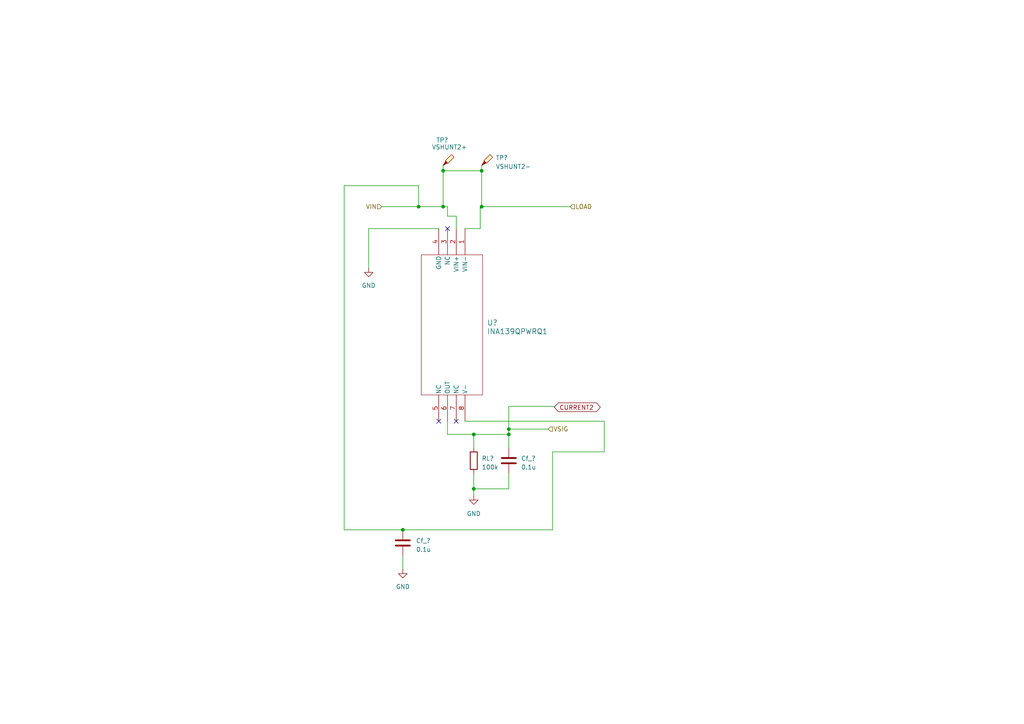
<source format=kicad_sch>
(kicad_sch (version 20230121) (generator eeschema)
  (paper "A4")
  (lib_symbols
    (symbol "Connector:TestPoint_Probe" (pin_numbers hide) (pin_names (offset 0.762) hide)
      (property "Reference" "TP" (at 1.651 5.842 0))
      (property "Value" "TestPoint_Probe" (at 1.651 4.064 0))
      (symbol "TestPoint_Probe_0_1"
        (polyline (pts (xy 1.27 0.762) (xy 0 0) (xy 0.762 1.27) (xy 1.27 0.762)) (fill (type outline)))
        (polyline (pts (xy 1.397 0.635) (xy 0.635 1.397) (xy 2.413 3.175) (xy 3.175 2.413) (xy 1.397 0.635)) (fill (type background)))
      )
      (symbol "TestPoint_Probe_1_1"
        (pin passive line (at 0 0 90) (length 0) (name "1") (number "1"))
      )
    )
    (symbol "Device:C" (pin_numbers hide) (pin_names (offset 0.254))
      (property "Reference" "C" (at 0.635 2.54 0))
      (property "Value" "C" (at 0.635 -2.54 0))
      (symbol "C_0_1"
        (polyline (pts (xy -2.032 -0.762) (xy 2.032 -0.762)) (stroke (width 0.508)))
        (polyline (pts (xy -2.032 0.762) (xy 2.032 0.762)) (stroke (width 0.508)))
      )
      (symbol "C_1_1"
        (pin passive line (at 0 3.81 270) (length 2.794) (name "~") (number "1"))
        (pin passive line (at 0 -3.81 90) (length 2.794) (name "~") (number "2"))
      )
    )
    (symbol "Device:R" (pin_numbers hide) (pin_names (offset 0))
      (property "Reference" "R" (at 2.032 0 90))
      (property "Value" "R" (at 0 0 90))
      (symbol "R_0_1"
        (rectangle (start -1.016 -2.54) (end 1.016 2.54) (stroke (width 0.254)))
      )
      (symbol "R_1_1"
        (pin passive line (at 0 3.81 270) (length 1.27) (name "~") (number "1"))
        (pin passive line (at 0 -3.81 90) (length 1.27) (name "~") (number "2"))
      )
    )
    (symbol "INA139:INA139QPWRQ1" (pin_names (offset 0.254))
      (property "Reference" "U" (at 27.94 10.16 0))
      (property "Value" "INA139QPWRQ1" (at 27.94 7.62 0))
      (symbol "INA139QPWRQ1_0_1"
        (polyline (pts (xy 7.62 -12.7) (xy 48.26 -12.7)) (stroke (width 0.127)))
        (polyline (pts (xy 7.62 5.08) (xy 7.62 -12.7)) (stroke (width 0.127)))
        (polyline (pts (xy 48.26 -12.7) (xy 48.26 5.08)) (stroke (width 0.127)))
        (polyline (pts (xy 48.26 5.08) (xy 7.62 5.08)) (stroke (width 0.127)))
        (pin input line (at 0 0 0) (length 7.62) (name "VIN-") (number "1"))
        (pin input line (at 0 -2.54 0) (length 7.62) (name "VIN+") (number "2"))
        (pin unspecified line (at 0 -5.08 0) (length 7.62) (name "NC") (number "3"))
        (pin power_in line (at 0 -7.62 0) (length 7.62) (name "GND") (number "4"))
        (pin unspecified line (at 55.88 -7.62 180) (length 7.62) (name "NC") (number "5"))
        (pin output line (at 55.88 -5.08 180) (length 7.62) (name "OUT") (number "6"))
        (pin unspecified line (at 55.88 -2.54 180) (length 7.62) (name "NC") (number "7"))
        (pin power_in line (at 55.88 0 180) (length 7.62) (name "V-") (number "8"))
      )
    )
    (symbol "power:GND" (power) (pin_names (offset 0))
      (property "Value" "GND" (at 0 -3.81 0))
      (symbol "GND_0_1"
        (polyline (pts (xy 0 0) (xy 0 -1.27) (xy 1.27 -1.27) (xy 0 -2.54) (xy -1.27 -1.27) (xy 0 -1.27)))
      )
      (symbol "GND_1_1"
        (pin power_in line (at 0 0 270) (length 0) hide (name "GND") (number "1"))
      )
    )
  )
  (junction (at 128.524 49.53))
  (junction (at 116.84 153.67))
  (junction (at 147.574 124.46))
  (junction (at 139.7 49.53))
  (junction (at 137.414 141.7826))
  (junction (at 147.574 125.9998))
  (junction (at 139.7 59.944))
  (junction (at 128.524 59.944))
  (junction (at 137.414 125.9998))
  (junction (at 121.412 59.944))
  (no_connect (at 127.254 122.174))
  (no_connect (at 129.794 66.294))
  (no_connect (at 132.334 122.174))
  (wire (pts (xy 128.524 59.944) (xy 129.794 59.944)))
  (wire (pts (xy 129.794 125.984) (xy 137.414 125.984)))
  (wire (pts (xy 139.2882 66.294) (xy 134.874 66.294)))
  (wire (pts (xy 129.794 62.6946) (xy 129.794 59.944)))
  (wire (pts (xy 132.334 66.294) (xy 132.334 62.6946)))
  (wire (pts (xy 99.822 53.848) (xy 99.822 153.67)))
  (wire (pts (xy 175.26 122.174) (xy 175.26 131.064)))
  (wire (pts (xy 139.7 49.53) (xy 139.7 59.944)))
  (wire (pts (xy 128.524 49.53) (xy 139.7 49.53)))
  (wire (pts (xy 137.414 125.9998) (xy 147.574 125.9998)))
  (wire (pts (xy 99.822 153.67) (xy 116.84 153.67)))
  (wire (pts (xy 129.794 122.174) (xy 129.794 125.984)))
  (wire (pts (xy 175.26 131.064) (xy 160.274 131.064)))
  (wire (pts (xy 128.524 49.53) (xy 128.524 48.006)))
  (wire (pts (xy 147.574 124.46) (xy 159.004 124.46)))
  (wire (pts (xy 139.2882 59.944) (xy 139.2882 66.294)))
  (wire (pts (xy 160.782 117.856) (xy 160.782 118.11)))
  (wire (pts (xy 137.414 125.984) (xy 137.414 125.9998)))
  (wire (pts (xy 147.574 117.856) (xy 160.782 117.856)))
  (wire (pts (xy 139.7 59.944) (xy 165.354 59.944)))
  (wire (pts (xy 147.574 124.46) (xy 147.574 125.9998)))
  (wire (pts (xy 147.574 141.7826) (xy 137.414 141.7826)))
  (wire (pts (xy 132.334 62.6946) (xy 129.794 62.6946)))
  (wire (pts (xy 121.412 59.944) (xy 128.524 59.944)))
  (wire (pts (xy 116.84 161.29) (xy 116.84 165.1)))
  (wire (pts (xy 116.84 153.67) (xy 160.274 153.67)))
  (wire (pts (xy 134.874 122.174) (xy 175.26 122.174)))
  (wire (pts (xy 121.412 53.848) (xy 121.412 59.944)))
  (wire (pts (xy 147.574 125.9998) (xy 147.574 129.794)))
  (wire (pts (xy 99.822 53.848) (xy 121.412 53.848)))
  (wire (pts (xy 128.524 59.944) (xy 128.524 49.53)))
  (wire (pts (xy 137.414 141.7826) (xy 137.414 143.764)))
  (wire (pts (xy 147.574 137.414) (xy 147.574 141.7826)))
  (wire (pts (xy 106.934 66.294) (xy 106.934 77.724)))
  (wire (pts (xy 139.2882 59.944) (xy 139.7 59.944)))
  (wire (pts (xy 137.414 125.9998) (xy 137.414 129.794)))
  (wire (pts (xy 147.574 124.46) (xy 147.574 117.856)))
  (wire (pts (xy 139.7 48.006) (xy 139.7 49.53)))
  (wire (pts (xy 160.274 131.064) (xy 160.274 153.67)))
  (wire (pts (xy 159.004 124.46) (xy 159.004 124.4442)))
  (wire (pts (xy 127.254 66.294) (xy 106.934 66.294)))
  (wire (pts (xy 110.744 59.944) (xy 121.412 59.944)))
  (wire (pts (xy 137.414 137.414) (xy 137.414 141.7826)))
  (global_label "CURRENT2" (shape bidirectional) (at 160.782 118.11 0) (property "Intersheetrefs" "${INTERSHEET_REFS}" (effects hide)))
  (hierarchical_label "VSIG" (shape input) (at 159.004 124.4442 0))
  (hierarchical_label "LOAD" (shape input) (at 165.354 59.944 0))
  (hierarchical_label "VIN" (shape input) (at 110.744 59.944 180))
  (symbol (lib_id "power:GND") (at 137.414 143.764 0) (unit 1)
    (property "Reference" "#PWR?" (effects hide))
    (property "Value" "GND" (at 137.414 148.9964 0))
    (instances (project "rps01" (path "" (reference "#PWR?") (unit 1)) (path "" (reference "#PWR079") (unit 1))))
  )
  (symbol (lib_id "Device:R") (at 137.414 133.604 180) (unit 1)
    (property "Reference" "RL?" (at 139.7 132.969 0) (effects (justify right)))
    (property "Value" "100k" (at 139.7 135.509 0) (effects (justify right)))
    (property "Footprint" "Resistor_SMD:R_0603_1608Metric" (effects hide))
    (instances (project "rps01" (path "" (reference "RL?") (unit 1)) (path "" (reference "R31") (unit 1))))
  )
  (symbol (lib_id "Connector:TestPoint_Probe") (at 128.524 48.006 0) (unit 1)
    (property "Reference" "TP?" (at 126.492 40.64 0) (effects (justify left)))
    (property "Value" "VSHUNT2+" (at 125.222 42.672 0) (effects (justify left)))
    (property "Footprint" "Mechatronics TestP:CONN1_RCU-0C_TEC" (effects hide))
    (instances (project "rps01" (path "" (reference "TP?") (unit 1)) (path "" (reference "TP2") (unit 1)) (path "" (reference "TP12") (unit 1))))
  )
  (symbol (lib_id "Connector:TestPoint_Probe") (at 139.7 48.006 0) (unit 1)
    (property "Reference" "TP?" (at 143.764 45.7835 0) (effects (justify left)))
    (property "Value" "VSHUNT2-" (at 143.764 48.3235 0) (effects (justify left)))
    (property "Footprint" "Mechatronics TestP:CONN1_RCU-0C_TEC" (effects hide))
    (instances (project "rps01" (path "" (reference "TP?") (unit 1)) (path "" (reference "TP1") (unit 1)) (path "" (reference "TP11") (unit 1))))
  )
  (symbol (lib_id "power:GND") (at 116.84 165.1 0) (unit 1)
    (property "Reference" "#PWR092" (effects hide))
    (property "Value" "GND" (at 116.84 170.18 0))
  )
  (symbol (lib_id "INA139:INA139QPWRQ1") (at 134.874 66.294 270) (unit 1)
    (property "Reference" "U?" (at 141.224 93.599 90) (effects (font (size 1.524 1.524)) (justify left)))
    (property "Value" "INA139QPWRQ1" (at 141.224 96.139 90) (effects (font (size 1.524 1.524)) (justify left)))
    (property "Footprint" "Mechatronic Footprints:INA139_PW8" (effects hide))
    (property "Datasheet" "INA139QPWRQ1" (effects hide))
    (instances (project "rps01" (path "" (reference "U?") (unit 1)) (path "" (reference "U19") (unit 1))))
  )
  (symbol (lib_id "Device:C") (at 147.574 133.604 0) (unit 1)
    (property "Reference" "Cf_?" (at 151.13 132.969 0) (effects (justify left)))
    (property "Value" "0.1u" (at 151.13 135.509 0) (effects (justify left)))
    (property "Footprint" "Capacitor_SMD:C_0603_1608Metric" (effects hide))
    (instances (project "rps01" (path "" (reference "Cf_?") (unit 1)) (path "" (reference "C22") (unit 1))))
  )
  (symbol (lib_id "power:GND") (at 106.934 77.724 0) (unit 1)
    (property "Reference" "#PWR?" (effects hide))
    (property "Value" "GND" (at 106.934 82.804 0))
    (instances (project "rps01" (path "" (reference "#PWR?") (unit 1)) (path "" (reference "#PWR078") (unit 1))))
  )
  (symbol (lib_id "Device:C") (at 116.84 157.48 0) (unit 1)
    (property "Reference" "Cf_?" (at 120.65 156.845 0) (effects (justify left)))
    (property "Value" "0.1u" (at 120.65 159.385 0) (effects (justify left)))
    (property "Footprint" "Capacitor_SMD:C_0603_1608Metric" (effects hide))
    (instances (project "rps01" (path "" (reference "Cf_?") (unit 1)) (path "" (reference "Cf_1") (unit 1))))
  )
)
</source>
